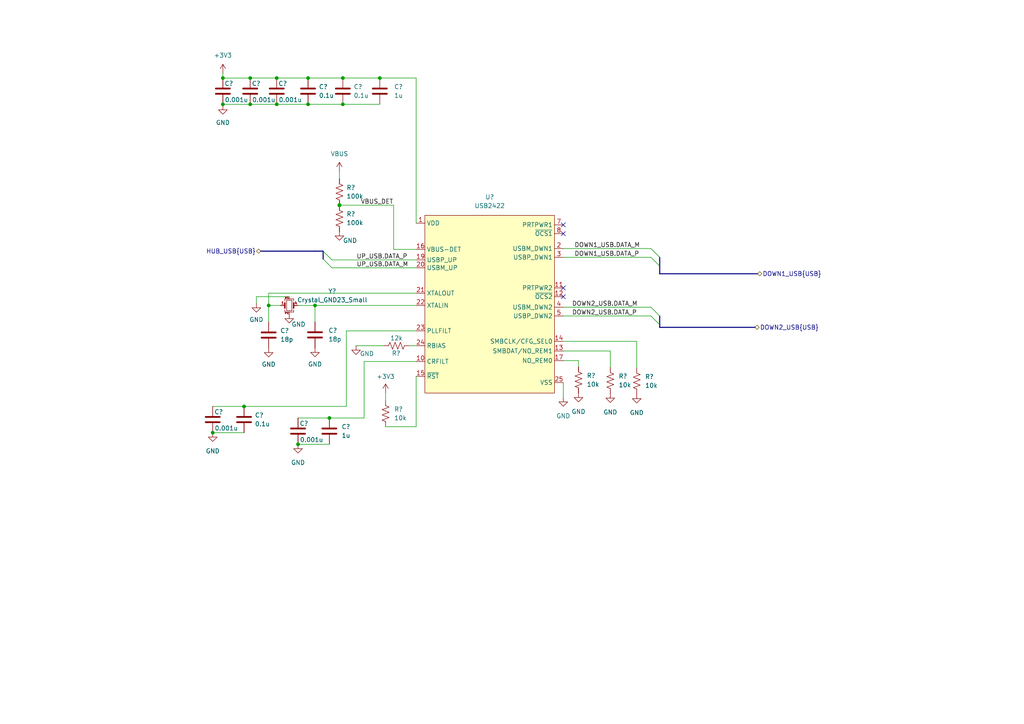
<source format=kicad_sch>
(kicad_sch (version 20211123) (generator eeschema)
  (paper "A4")
  (lib_symbols
    (symbol "Device:C" (pin_numbers hide) (pin_names (offset 0.254))
      (property "Reference" "C" (at 0.635 2.54 0))
      (property "Value" "C" (at 0.635 -2.54 0))
      (symbol "C_0_1"
        (polyline (pts (xy -2.032 -0.762) (xy 2.032 -0.762)) (stroke (width 0.508)))
        (polyline (pts (xy -2.032 0.762) (xy 2.032 0.762)) (stroke (width 0.508)))
      )
      (symbol "C_1_1"
        (pin passive line (at 0 3.81 270) (length 2.794) (name "~") (number "1"))
        (pin passive line (at 0 -3.81 90) (length 2.794) (name "~") (number "2"))
      )
    )
    (symbol "Device:Crystal_GND23_Small" (pin_names (offset 1.016) hide)
      (property "Reference" "Y" (at 1.27 4.445 0))
      (property "Value" "Crystal_GND23_Small" (at 1.27 2.54 0))
      (symbol "Crystal_GND23_Small_0_1"
        (rectangle (start -0.762 -1.524) (end 0.762 1.524))
        (polyline (pts (xy -1.27 -0.762) (xy -1.27 0.762)) (stroke (width 0.381)))
        (polyline (pts (xy 1.27 -0.762) (xy 1.27 0.762)) (stroke (width 0.381)))
        (polyline (pts (xy -1.27 -1.27) (xy -1.27 -1.905) (xy 1.27 -1.905) (xy 1.27 -1.27)))
        (polyline (pts (xy -1.27 1.27) (xy -1.27 1.905) (xy 1.27 1.905) (xy 1.27 1.27)))
      )
      (symbol "Crystal_GND23_Small_1_1"
        (pin passive line (at -2.54 0 0) (length 1.27) (name "1") (number "1"))
        (pin passive line (at 0 -2.54 90) (length 0.635) (name "2") (number "2"))
        (pin passive line (at 0 2.54 270) (length 0.635) (name "3") (number "3"))
        (pin passive line (at 2.54 0 180) (length 1.27) (name "4") (number "4"))
      )
    )
    (symbol "Device:R_US" (pin_numbers hide) (pin_names (offset 0))
      (property "Reference" "R" (at 2.54 0 90))
      (property "Value" "R_US" (at -2.54 0 90))
      (symbol "R_US_0_1"
        (polyline (pts (xy 0 -2.286) (xy 0 -2.54)))
        (polyline (pts (xy 0 2.286) (xy 0 2.54)))
        (polyline (pts (xy 0 -0.762) (xy 1.016 -1.143) (xy 0 -1.524) (xy -1.016 -1.905) (xy 0 -2.286)))
        (polyline (pts (xy 0 0.762) (xy 1.016 0.381) (xy 0 0) (xy -1.016 -0.381) (xy 0 -0.762)))
        (polyline (pts (xy 0 2.286) (xy 1.016 1.905) (xy 0 1.524) (xy -1.016 1.143) (xy 0 0.762)))
      )
      (symbol "R_US_1_1"
        (pin passive line (at 0 3.81 270) (length 1.27) (name "~") (number "1"))
        (pin passive line (at 0 -3.81 90) (length 1.27) (name "~") (number "2"))
      )
    )
    (symbol "Misic:USB2422"
      (property "Reference" "U" (at 0 14.732 0))
      (property "Value" "USB2422" (at 0 16.764 0))
      (symbol "USB2422_0_1"
        (rectangle (start -18.034 13.97) (end 19.558 -37.592) (fill (type background)))
      )
      (symbol "USB2422_1_1"
        (pin power_in line (at -20.574 11.684 0) (length 2.54) (name "VDD") (number "1"))
        (pin passive line (at -20.574 -28.448 0) (length 2.54) (name "CRFILT") (number "10"))
        (pin output line (at 22.098 -7.112 180) (length 2.54) (name "PRTPWR2") (number "11"))
        (pin output line (at 22.098 -9.652 180) (length 2.54) (name "~{OCS2}") (number "12"))
        (pin bidirectional line (at 22.098 -25.4 180) (length 2.54) (name "SMBDAT/NO_REM1") (number "13"))
        (pin input line (at 22.098 -22.606 180) (length 2.54) (name "SMBCLK/CFG_SEL0") (number "14"))
        (pin input line (at -20.574 -32.766 0) (length 2.54) (name "~{RST}") (number "15"))
        (pin input line (at -20.574 4.064 0) (length 2.54) (name "VBUS-DET") (number "16"))
        (pin bidirectional line (at 22.098 -28.194 180) (length 2.54) (name "NO_REM0") (number "17"))
        (pin power_in line (at -20.574 11.684 0) (length 2.54) hide (name "VDD") (number "18"))
        (pin bidirectional line (at -20.574 1.016 0) (length 2.54) (name "USBP_UP") (number "19"))
        (pin bidirectional line (at 22.098 4.318 180) (length 2.54) (name "USBM_DWN1") (number "2"))
        (pin bidirectional line (at -20.574 -1.27 0) (length 2.54) (name "USBM_UP") (number "20"))
        (pin output line (at -20.574 -8.636 0) (length 2.54) (name "XTALOUT") (number "21"))
        (pin input line (at -20.574 -12.192 0) (length 2.54) (name "XTALIN") (number "22"))
        (pin passive line (at -20.574 -19.558 0) (length 2.54) (name "PLLFILT") (number "23"))
        (pin passive line (at -20.574 -23.876 0) (length 2.54) (name "RBIAS") (number "24"))
        (pin power_in line (at 22.098 -34.544 180) (length 2.54) (name "VSS") (number "25"))
        (pin bidirectional line (at 22.098 1.778 180) (length 2.54) (name "USBP_DWN1") (number "3"))
        (pin bidirectional line (at 22.098 -12.7 180) (length 2.54) (name "USBM_DWN2") (number "4"))
        (pin bidirectional line (at 22.098 -15.24 180) (length 2.54) (name "USBP_DWN2") (number "5"))
        (pin no_connect line (at -18.034 -35.306 0) (length 2.54) hide (name "NC") (number "6"))
        (pin output line (at 22.098 11.176 180) (length 2.54) (name "PRTPWR1") (number "7"))
        (pin output line (at 22.098 8.636 180) (length 2.54) (name "~{OCS1}") (number "8"))
        (pin power_in line (at -20.574 11.684 0) (length 2.54) hide (name "VDD") (number "9"))
      )
    )
    (symbol "power:+3V3" (power) (pin_names (offset 0))
      (property "Value" "+3V3" (at 0 3.556 0))
      (symbol "+3V3_0_1"
        (polyline (pts (xy -0.762 1.27) (xy 0 2.54)))
        (polyline (pts (xy 0 0) (xy 0 2.54)))
        (polyline (pts (xy 0 2.54) (xy 0.762 1.27)))
      )
      (symbol "+3V3_1_1"
        (pin power_in line (at 0 0 90) (length 0) hide (name "+3V3") (number "1"))
      )
    )
    (symbol "power:GND" (power) (pin_names (offset 0))
      (property "Value" "GND" (at 0 -3.81 0))
      (symbol "GND_0_1"
        (polyline (pts (xy 0 0) (xy 0 -1.27) (xy 1.27 -1.27) (xy 0 -2.54) (xy -1.27 -1.27) (xy 0 -1.27)))
      )
      (symbol "GND_1_1"
        (pin power_in line (at 0 0 270) (length 0) hide (name "GND") (number "1"))
      )
    )
    (symbol "power:VBUS" (power) (pin_names (offset 0))
      (property "Value" "VBUS" (at 0 3.81 0))
      (symbol "VBUS_0_1"
        (polyline (pts (xy -0.762 1.27) (xy 0 2.54)))
        (polyline (pts (xy 0 0) (xy 0 2.54)))
        (polyline (pts (xy 0 2.54) (xy 0.762 1.27)))
      )
      (symbol "VBUS_1_1"
        (pin power_in line (at 0 0 90) (length 0) hide (name "VBUS") (number "1"))
      )
    )
  )
  (bus_alias "USB" (members "DATA_P" "DATA_M"))
  (junction (at 99.441 22.6314))
  (junction (at 80.264 22.6314))
  (junction (at 80.264 30.2514))
  (junction (at 98.4504 59.5376))
  (junction (at 98.4504 59.5122))
  (junction (at 72.5678 22.6314))
  (junction (at 99.441 30.2514))
  (junction (at 72.5678 30.2514))
  (junction (at 110.1598 22.6314))
  (junction (at 86.4362 128.8542))
  (junction (at 77.9272 88.5952))
  (junction (at 91.3638 88.5952))
  (junction (at 64.643 30.2514))
  (junction (at 89.3572 22.6314))
  (junction (at 98.4504 59.4868))
  (junction (at 95.5294 121.2342))
  (junction (at 89.3572 30.2514))
  (junction (at 70.7898 117.8814))
  (junction (at 64.643 22.6314))
  (junction (at 61.6966 125.5014))
  (no_connect (at 163.3728 83.5152))
  (no_connect (at 163.3728 67.7672))
  (no_connect (at 163.3728 86.0552))
  (no_connect (at 163.3728 65.2272))
  (bus_entry (at 96.266 77.6732) (size -2.54 -2.54))
  (bus_entry (at 188.7982 89.1032) (size 2.54 2.54))
  (bus_entry (at 96.266 75.3872) (size -2.54 -2.54))
  (bus_entry (at 188.7982 91.6432) (size 2.54 2.54))
  (bus_entry (at 188.7982 74.6252) (size 2.54 2.54))
  (bus_entry (at 188.7982 72.0852) (size 2.54 2.54))
  (wire (pts (xy 120.7008 72.3392) (xy 114.173 72.3392)))
  (wire (pts (xy 80.264 30.2514) (xy 89.3572 30.2514)))
  (bus (pts (xy 93.726 75.1332) (xy 93.726 72.8472)))
  (wire (pts (xy 120.7008 75.3872) (xy 96.266 75.3872)))
  (wire (pts (xy 77.9272 85.0392) (xy 77.9272 88.5952)))
  (wire (pts (xy 111.8362 116.1542) (xy 111.8362 113.919)))
  (wire (pts (xy 163.3728 72.0852) (xy 188.7982 72.0852)))
  (bus (pts (xy 75.6412 72.8472) (xy 91.3638 72.8472)))
  (wire (pts (xy 70.7898 117.8814) (xy 100.457 117.8814)))
  (wire (pts (xy 163.3728 74.6252) (xy 188.7982 74.6252)))
  (wire (pts (xy 95.5294 121.2342) (xy 86.4362 121.2342)))
  (bus (pts (xy 191.3382 79.4004) (xy 219.71 79.4004)))
  (wire (pts (xy 89.3572 30.2514) (xy 99.441 30.2514)))
  (wire (pts (xy 105.6132 104.8512) (xy 105.6132 121.2342)))
  (wire (pts (xy 98.4504 51.8668) (xy 98.4504 49.6316)))
  (wire (pts (xy 167.7924 104.5972) (xy 167.7924 106.4006)))
  (bus (pts (xy 191.3382 74.6252) (xy 191.3382 77.1652)))
  (wire (pts (xy 120.7008 95.9612) (xy 100.457 95.9612)))
  (wire (pts (xy 80.264 22.6314) (xy 72.5678 22.6314)))
  (wire (pts (xy 91.3638 88.5952) (xy 120.7008 88.5952)))
  (bus (pts (xy 191.3382 94.9452) (xy 218.9988 94.9452)))
  (wire (pts (xy 98.4504 59.5122) (xy 98.4504 59.4868)))
  (wire (pts (xy 89.3572 22.6314) (xy 80.264 22.6314)))
  (wire (pts (xy 64.643 21.1836) (xy 64.643 22.6314)))
  (wire (pts (xy 64.643 30.2514) (xy 72.5678 30.2514)))
  (bus (pts (xy 191.3382 91.6432) (xy 191.3382 94.1832)))
  (wire (pts (xy 99.441 22.6314) (xy 89.3572 22.6314)))
  (bus (pts (xy 191.3382 94.1832) (xy 191.3382 94.9452)))
  (wire (pts (xy 64.643 30.2514) (xy 64.643 30.5816)))
  (wire (pts (xy 163.3728 110.9472) (xy 163.3728 115.2906)))
  (wire (pts (xy 114.173 72.3392) (xy 114.173 59.5122)))
  (wire (pts (xy 163.3728 89.1032) (xy 188.7982 89.1032)))
  (wire (pts (xy 86.4362 128.8542) (xy 95.5294 128.8542)))
  (wire (pts (xy 72.5678 30.2514) (xy 80.264 30.2514)))
  (wire (pts (xy 81.3562 88.5952) (xy 77.9272 88.5952)))
  (wire (pts (xy 83.8962 86.0552) (xy 74.3712 86.0552)))
  (wire (pts (xy 99.441 22.6314) (xy 110.1598 22.6314)))
  (wire (pts (xy 74.3712 86.0552) (xy 74.3712 88.011)))
  (wire (pts (xy 110.1598 22.6314) (xy 120.7008 22.6314)))
  (wire (pts (xy 163.3728 91.6432) (xy 188.7982 91.6432)))
  (wire (pts (xy 99.441 30.2514) (xy 110.1598 30.2514)))
  (wire (pts (xy 64.643 22.6568) (xy 72.5678 22.6314)))
  (wire (pts (xy 96.266 77.6732) (xy 120.7008 77.6732)))
  (wire (pts (xy 120.7008 22.6314) (xy 120.7008 64.7192)))
  (wire (pts (xy 70.7898 117.8814) (xy 61.6966 117.8814)))
  (bus (pts (xy 191.3382 77.1652) (xy 191.3382 79.4004)))
  (wire (pts (xy 61.6966 125.5014) (xy 70.7898 125.5014)))
  (wire (pts (xy 163.3728 104.5972) (xy 167.7924 104.5972)))
  (wire (pts (xy 100.457 95.9612) (xy 100.457 117.8814)))
  (wire (pts (xy 163.3728 101.8032) (xy 177.0126 101.8032)))
  (wire (pts (xy 120.7008 123.7742) (xy 111.8362 123.7742)))
  (wire (pts (xy 77.9272 88.5952) (xy 77.9272 93.3704)))
  (wire (pts (xy 177.0126 101.8032) (xy 177.0126 106.5784)))
  (wire (pts (xy 114.173 59.5122) (xy 98.4504 59.5122)))
  (wire (pts (xy 120.7008 104.8512) (xy 105.6132 104.8512)))
  (wire (pts (xy 98.4504 59.5376) (xy 98.4504 59.5122)))
  (wire (pts (xy 64.643 22.6314) (xy 64.643 22.6568)))
  (wire (pts (xy 118.7958 100.2792) (xy 120.7008 100.2792)))
  (wire (pts (xy 103.2764 100.2792) (xy 111.1758 100.2792)))
  (wire (pts (xy 91.3638 93.3196) (xy 91.3638 88.5952)))
  (bus (pts (xy 91.3892 72.8472) (xy 93.726 72.8472)))
  (wire (pts (xy 120.7008 109.1692) (xy 120.7008 123.7742)))
  (wire (pts (xy 163.3728 99.0092) (xy 184.6834 99.0092)))
  (wire (pts (xy 86.4362 88.5952) (xy 91.3638 88.5952)))
  (wire (pts (xy 105.6132 121.2342) (xy 95.5294 121.2342)))
  (wire (pts (xy 184.6834 106.7308) (xy 184.6834 99.0092)))
  (wire (pts (xy 77.9272 85.0392) (xy 120.7008 85.0392)))
  (label "DOWN2_USB.DATA_P" (at 165.9128 91.6432 0))
  (label "DOWN1_USB.DATA_P" (at 166.5986 74.6252 0))
  (label "VBUS_DET" (at 104.6226 59.5122 0))
  (label "UP_USB.DATA_P" (at 103.378 75.3872 0))
  (label "DOWN1_USB.DATA_M" (at 166.5986 72.0852 0))
  (label "UP_USB.DATA_M" (at 103.4034 77.6732 0))
  (label "DOWN2_USB.DATA_M" (at 165.9128 89.1032 0))
  (hierarchical_label "DOWN1_USB{USB}" (shape bidirectional) (at 219.71 79.4004 0))
  (hierarchical_label "DOWN2_USB{USB}" (shape bidirectional) (at 218.948 94.9452 0))
  (hierarchical_label "HUB_USB{USB}" (shape bidirectional) (at 75.6412 72.8472 180))
  (symbol (lib_id "power:VBUS") (at 98.4504 49.6316 0) (unit 1)
    (property "Reference" "#PWR?" (effects hide))
    (property "Value" "VBUS" (at 98.4504 44.6278 0))
  )
  (symbol (lib_id "Device:C") (at 91.3638 97.1296 0) (unit 1)
    (property "Reference" "C?" (at 95.25 95.8595 0) (effects (justify left)))
    (property "Value" "18p" (at 95.25 98.3995 0) (effects (justify left)))
  )
  (symbol (lib_id "Device:R_US") (at 167.7924 110.2106 0) (unit 1)
    (property "Reference" "R?" (at 170.18 108.9405 0) (effects (justify left)))
    (property "Value" "10k" (at 170.18 111.4805 0) (effects (justify left)))
  )
  (symbol (lib_id "Device:C") (at 61.6966 121.6914 0) (unit 1)
    (property "Reference" "C?" (at 62.1538 119.4816 0) (effects (justify left)))
    (property "Value" "0.001u" (at 62.23 124.206 0) (effects (justify left)))
  )
  (symbol (lib_id "power:+3V3") (at 64.643 21.1836 0) (unit 1)
    (property "Reference" "#PWR?" (effects hide))
    (property "Value" "+3V3" (at 64.643 16.0528 0))
  )
  (symbol (lib_id "Device:C") (at 64.643 26.4414 0) (unit 1)
    (property "Reference" "C?" (at 65.1002 24.2316 0) (effects (justify left)))
    (property "Value" "0.001u" (at 65.1764 28.956 0) (effects (justify left)))
  )
  (symbol (lib_id "power:GND") (at 74.3712 88.011 0) (unit 1)
    (property "Reference" "#PWR?" (effects hide))
    (property "Value" "GND" (at 74.3712 92.71 0))
  )
  (symbol (lib_id "Device:R_US") (at 111.8362 119.9642 0) (unit 1)
    (property "Reference" "R?" (at 114.3 118.6941 0) (effects (justify left)))
    (property "Value" "10k" (at 114.3 121.2341 0) (effects (justify left)))
  )
  (symbol (lib_id "power:GND") (at 61.6966 125.5014 0) (unit 1)
    (property "Reference" "#PWR?" (effects hide))
    (property "Value" "GND" (at 61.6966 130.81 0))
  )
  (symbol (lib_id "Device:C") (at 95.5294 125.0442 0) (unit 1)
    (property "Reference" "C?" (at 99.06 123.7741 0) (effects (justify left)))
    (property "Value" "1u" (at 99.06 126.3141 0) (effects (justify left)))
  )
  (symbol (lib_id "Device:C") (at 80.264 26.4414 0) (unit 1)
    (property "Reference" "C?" (at 80.7212 24.2316 0) (effects (justify left)))
    (property "Value" "0.001u" (at 80.7974 28.956 0) (effects (justify left)))
  )
  (symbol (lib_id "Device:C") (at 70.7898 121.6914 0) (unit 1)
    (property "Reference" "C?" (at 73.914 120.4213 0) (effects (justify left)))
    (property "Value" "0.1u" (at 73.914 122.9613 0) (effects (justify left)))
  )
  (symbol (lib_id "power:GND") (at 177.0126 114.1984 0) (unit 1)
    (property "Reference" "#PWR?" (effects hide))
    (property "Value" "GND" (at 177.0126 119.5578 0))
  )
  (symbol (lib_id "power:GND") (at 64.643 30.5816 0) (unit 1)
    (property "Reference" "#PWR?" (effects hide))
    (property "Value" "GND" (at 64.643 35.56 0))
  )
  (symbol (lib_id "Device:C") (at 86.4362 125.0442 0) (unit 1)
    (property "Reference" "C?" (at 86.8934 122.8344 0) (effects (justify left)))
    (property "Value" "0.001u" (at 86.9696 127.5588 0) (effects (justify left)))
  )
  (symbol (lib_id "power:GND") (at 77.9272 100.9904 0) (unit 1)
    (property "Reference" "#PWR?" (effects hide))
    (property "Value" "GND" (at 77.9272 105.6894 0))
  )
  (symbol (lib_id "power:GND") (at 163.3728 115.2906 0) (unit 1)
    (property "Reference" "#PWR?" (effects hide))
    (property "Value" "GND" (at 163.3728 120.65 0))
  )
  (symbol (lib_id "power:GND") (at 167.7924 114.0206 0) (unit 1)
    (property "Reference" "#PWR?" (effects hide))
    (property "Value" "GND" (at 167.7924 119.38 0))
  )
  (symbol (lib_id "Device:R_US") (at 184.6834 110.5408 0) (unit 1)
    (property "Reference" "R?" (at 187.071 109.2707 0) (effects (justify left)))
    (property "Value" "10k" (at 187.071 111.8107 0) (effects (justify left)))
  )
  (symbol (lib_id "Device:C") (at 110.1598 26.4414 0) (unit 1)
    (property "Reference" "C?" (at 114.3 25.1713 0) (effects (justify left)))
    (property "Value" "1u" (at 114.3 27.7113 0) (effects (justify left)))
  )
  (symbol (lib_id "Device:C") (at 72.5678 26.4414 0) (unit 1)
    (property "Reference" "C?" (at 73.025 24.2316 0) (effects (justify left)))
    (property "Value" "0.001u" (at 73.1012 28.956 0) (effects (justify left)))
  )
  (symbol (lib_id "power:+3V3") (at 111.8362 113.919 0) (unit 1)
    (property "Reference" "#PWR?" (effects hide))
    (property "Value" "+3V3" (at 111.8362 109.22 0))
  )
  (symbol (lib_id "Device:R_US") (at 177.0126 110.3884 0) (unit 1)
    (property "Reference" "R?" (at 179.4002 109.1183 0) (effects (justify left)))
    (property "Value" "10k" (at 179.4002 111.6583 0) (effects (justify left)))
  )
  (symbol (lib_id "power:GND") (at 184.6834 114.3508 0) (unit 1)
    (property "Reference" "#PWR?" (effects hide))
    (property "Value" "GND" (at 184.6834 119.7102 0))
  )
  (symbol (lib_id "power:GND") (at 103.2764 100.2792 0) (unit 1)
    (property "Reference" "#PWR?" (effects hide))
    (property "Value" "GND" (at 106.426 102.5906 0))
  )
  (symbol (lib_id "power:GND") (at 86.4362 128.8542 0) (unit 1)
    (property "Reference" "#PWR?" (effects hide))
    (property "Value" "GND" (at 86.4362 134.1628 0))
  )
  (symbol (lib_id "Device:C") (at 77.9272 97.1804 0) (unit 1)
    (property "Reference" "C?" (at 81.28 95.9103 0) (effects (justify left)))
    (property "Value" "18p" (at 81.28 98.4503 0) (effects (justify left)))
  )
  (symbol (lib_id "Device:R_US") (at 98.4504 55.6768 0) (unit 1)
    (property "Reference" "R?" (at 100.4824 54.4067 0) (effects (justify left)))
    (property "Value" "100k" (at 100.4824 56.9467 0) (effects (justify left)))
  )
  (symbol (lib_id "power:GND") (at 91.3638 100.9396 0) (unit 1)
    (property "Reference" "#PWR?" (effects hide))
    (property "Value" "GND" (at 91.3638 105.6386 0))
  )
  (symbol (lib_id "Device:R_US") (at 98.4504 63.3476 0) (unit 1)
    (property "Reference" "R?" (at 100.4824 62.0775 0) (effects (justify left)))
    (property "Value" "100k" (at 100.4824 64.6175 0) (effects (justify left)))
  )
  (symbol (lib_id "Misic:USB2422") (at 141.2748 76.4032 0) (unit 1)
    (property "Reference" "U?" (at 142.0368 57.15 0))
    (property "Value" "USB2422" (at 142.0368 59.69 0))
  )
  (symbol (lib_id "power:GND") (at 98.4504 67.1576 0) (unit 1)
    (property "Reference" "#PWR?" (effects hide))
    (property "Value" "GND" (at 101.5238 69.7738 0))
  )
  (symbol (lib_id "Device:C") (at 89.3572 26.4414 0) (unit 1)
    (property "Reference" "C?" (at 92.4814 25.1713 0) (effects (justify left)))
    (property "Value" "0.1u" (at 92.4814 27.7113 0) (effects (justify left)))
  )
  (symbol (lib_id "Device:C") (at 99.441 26.4414 0) (unit 1)
    (property "Reference" "C?" (at 102.5652 25.1713 0) (effects (justify left)))
    (property "Value" "0.1u" (at 102.5652 27.7113 0) (effects (justify left)))
  )
  (symbol (lib_id "Device:R_US") (at 114.9858 100.2792 90) (unit 1)
    (property "Reference" "R?" (at 114.9096 102.4636 90))
    (property "Value" "12k" (at 114.9858 98.0694 90))
  )
  (symbol (lib_id "power:GND") (at 83.8962 91.1352 0) (unit 1)
    (property "Reference" "#PWR?" (effects hide))
    (property "Value" "GND" (at 86.5886 94.0816 0))
  )
  (symbol (lib_id "Device:Crystal_GND23_Small") (at 83.8962 88.5952 0) (unit 1)
    (property "Reference" "Y?" (at 96.393 84.455 0))
    (property "Value" "Crystal_GND23_Small" (at 96.393 86.995 0))
  )
)
</source>
